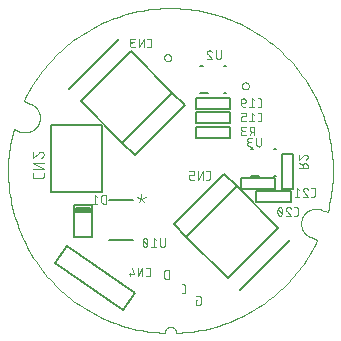
<source format=gbo>
G75*
%MOIN*%
%OFA0B0*%
%FSLAX25Y25*%
%IPPOS*%
%LPD*%
%AMOC8*
5,1,8,0,0,1.08239X$1,22.5*
%
%ADD10C,0.00004*%
%ADD11C,0.00000*%
%ADD12C,0.00300*%
%ADD13C,0.00600*%
%ADD14C,0.00500*%
%ADD15C,0.00700*%
D10*
X0053807Y0001002D02*
X0053811Y0001089D01*
X0053818Y0001176D01*
X0053829Y0001263D01*
X0053845Y0001349D01*
X0053863Y0001434D01*
X0053886Y0001518D01*
X0053912Y0001602D01*
X0053942Y0001684D01*
X0053976Y0001764D01*
X0054013Y0001843D01*
X0054054Y0001921D01*
X0054098Y0001996D01*
X0054145Y0002069D01*
X0054196Y0002141D01*
X0054249Y0002210D01*
X0054306Y0002276D01*
X0054366Y0002340D01*
X0054428Y0002401D01*
X0054493Y0002459D01*
X0054560Y0002515D01*
X0054630Y0002567D01*
X0054702Y0002617D01*
X0054777Y0002663D01*
X0054853Y0002705D01*
X0054931Y0002744D01*
X0055011Y0002780D01*
X0055092Y0002812D01*
X0055174Y0002841D01*
X0055258Y0002866D01*
X0055343Y0002887D01*
X0055428Y0002904D01*
X0055515Y0002918D01*
X0055602Y0002927D01*
X0055689Y0002933D01*
X0055776Y0002935D01*
X0055863Y0002933D01*
X0055950Y0002927D01*
X0056037Y0002918D01*
X0056124Y0002904D01*
X0056209Y0002887D01*
X0056294Y0002866D01*
X0056378Y0002841D01*
X0056460Y0002812D01*
X0056541Y0002780D01*
X0056621Y0002744D01*
X0056699Y0002705D01*
X0056775Y0002663D01*
X0056850Y0002617D01*
X0056922Y0002567D01*
X0056992Y0002515D01*
X0057059Y0002459D01*
X0057124Y0002401D01*
X0057186Y0002340D01*
X0057246Y0002276D01*
X0057303Y0002210D01*
X0057356Y0002141D01*
X0057407Y0002069D01*
X0057454Y0001996D01*
X0057498Y0001921D01*
X0057539Y0001843D01*
X0057576Y0001764D01*
X0057610Y0001684D01*
X0057640Y0001602D01*
X0057666Y0001518D01*
X0057689Y0001434D01*
X0057707Y0001349D01*
X0057723Y0001263D01*
X0057734Y0001176D01*
X0057741Y0001089D01*
X0057745Y0001002D01*
X0102557Y0032836D02*
X0104751Y0032037D01*
X0102557Y0032836D02*
X0102427Y0032885D01*
X0102298Y0032938D01*
X0102171Y0032995D01*
X0102045Y0033056D01*
X0101922Y0033119D01*
X0101800Y0033187D01*
X0101680Y0033258D01*
X0101562Y0033332D01*
X0101446Y0033409D01*
X0101333Y0033490D01*
X0101221Y0033574D01*
X0101113Y0033661D01*
X0101006Y0033751D01*
X0100903Y0033844D01*
X0100802Y0033940D01*
X0100703Y0034038D01*
X0100608Y0034140D01*
X0100515Y0034244D01*
X0100426Y0034351D01*
X0100339Y0034460D01*
X0100256Y0034571D01*
X0100176Y0034685D01*
X0100099Y0034801D01*
X0100025Y0034920D01*
X0099955Y0035040D01*
X0099888Y0035162D01*
X0099825Y0035286D01*
X0099765Y0035412D01*
X0099709Y0035539D01*
X0099657Y0035668D01*
X0099608Y0035799D01*
X0099563Y0035930D01*
X0099521Y0036063D01*
X0099484Y0036198D01*
X0099450Y0036333D01*
X0099420Y0036469D01*
X0099394Y0036605D01*
X0099372Y0036743D01*
X0099353Y0036881D01*
X0099339Y0037020D01*
X0099328Y0037158D01*
X0099322Y0037298D01*
X0099319Y0037437D01*
X0099320Y0037576D01*
X0099326Y0037715D01*
X0099335Y0037854D01*
X0099348Y0037993D01*
X0099365Y0038131D01*
X0099386Y0038269D01*
X0099411Y0038406D01*
X0099439Y0038542D01*
X0099472Y0038678D01*
X0099508Y0038812D01*
X0099549Y0038945D01*
X0099592Y0039077D01*
X0099640Y0039208D01*
X0099691Y0039338D01*
X0099746Y0039466D01*
X0099805Y0039592D01*
X0099867Y0039717D01*
X0099933Y0039840D01*
X0100002Y0039961D01*
X0100074Y0040080D01*
X0100150Y0040196D01*
X0100229Y0040311D01*
X0100311Y0040423D01*
X0100397Y0040533D01*
X0100485Y0040641D01*
X0100577Y0040746D01*
X0100671Y0040848D01*
X0100769Y0040948D01*
X0100869Y0041045D01*
X0100971Y0041139D01*
X0101077Y0041230D01*
X0101185Y0041318D01*
X0101295Y0041403D01*
X0101408Y0041484D01*
X0101523Y0041563D01*
X0101640Y0041638D01*
X0101759Y0041710D01*
X0101881Y0041779D01*
X0102004Y0041844D01*
X0102129Y0041905D01*
X0102255Y0041963D01*
X0102384Y0042017D01*
X0102513Y0042068D01*
X0102644Y0042115D01*
X0102777Y0042158D01*
X0102910Y0042198D01*
X0103045Y0042234D01*
X0103181Y0042266D01*
X0103317Y0042294D01*
X0103454Y0042318D01*
X0103592Y0042338D01*
X0103730Y0042355D01*
X0103869Y0042367D01*
X0104008Y0042376D01*
X0104147Y0042380D01*
X0104286Y0042381D01*
X0104426Y0042377D01*
X0104565Y0042370D01*
X0104704Y0042359D01*
X0104842Y0042344D01*
X0104980Y0042325D01*
X0105117Y0042302D01*
X0105254Y0042275D01*
X0105390Y0042245D01*
X0105525Y0042210D01*
X0105659Y0042172D01*
X0105792Y0042130D01*
X0105923Y0042084D01*
X0105923Y0042085D02*
X0108117Y0041286D01*
X0053808Y0001002D02*
X0052498Y0001065D01*
X0051190Y0001161D01*
X0049885Y0001287D01*
X0048583Y0001446D01*
X0047286Y0001636D01*
X0045994Y0001857D01*
X0044707Y0002110D01*
X0043427Y0002393D01*
X0042154Y0002708D01*
X0040889Y0003053D01*
X0039633Y0003429D01*
X0038386Y0003835D01*
X0037149Y0004271D01*
X0035924Y0004737D01*
X0034710Y0005233D01*
X0033508Y0005758D01*
X0032320Y0006312D01*
X0031145Y0006894D01*
X0029985Y0007505D01*
X0028840Y0008143D01*
X0027710Y0008810D01*
X0026597Y0009503D01*
X0025501Y0010223D01*
X0024423Y0010969D01*
X0023364Y0011742D01*
X0022323Y0012540D01*
X0021302Y0013362D01*
X0020301Y0014209D01*
X0019321Y0015081D01*
X0018363Y0015975D01*
X0017426Y0016893D01*
X0016512Y0017833D01*
X0015621Y0018795D01*
X0014753Y0019778D01*
X0013910Y0020782D01*
X0013091Y0021806D01*
X0012297Y0022850D01*
X0011529Y0023912D01*
X0010786Y0024993D01*
X0010070Y0026091D01*
X0009381Y0027207D01*
X0008719Y0028339D01*
X0008085Y0029486D01*
X0007479Y0030649D01*
X0006901Y0031826D01*
X0006351Y0033016D01*
X0005831Y0034220D01*
X0005340Y0035436D01*
X0004878Y0036663D01*
X0004447Y0037901D01*
X0004045Y0039150D01*
X0003674Y0040407D01*
X0003334Y0041673D01*
X0003024Y0042947D01*
X0002745Y0044229D01*
X0002497Y0045516D01*
X0002281Y0046809D01*
X0002096Y0048108D01*
X0001942Y0049410D01*
X0001820Y0050715D01*
X0001729Y0052023D01*
X0001671Y0053333D01*
X0001644Y0054644D01*
X0001649Y0055955D01*
X0001685Y0057266D01*
X0001754Y0058576D01*
X0001854Y0059883D01*
X0001985Y0061188D01*
X0002149Y0062489D01*
X0002343Y0063785D01*
X0002569Y0065077D01*
X0002827Y0066363D01*
X0003115Y0067642D01*
X0003434Y0068914D01*
X0005628Y0068115D01*
X0005628Y0068116D02*
X0005759Y0068070D01*
X0005892Y0068028D01*
X0006026Y0067990D01*
X0006161Y0067955D01*
X0006297Y0067925D01*
X0006434Y0067898D01*
X0006571Y0067875D01*
X0006709Y0067856D01*
X0006847Y0067841D01*
X0006986Y0067830D01*
X0007125Y0067823D01*
X0007265Y0067819D01*
X0007404Y0067820D01*
X0007543Y0067824D01*
X0007682Y0067833D01*
X0007821Y0067845D01*
X0007959Y0067862D01*
X0008097Y0067882D01*
X0008234Y0067906D01*
X0008370Y0067934D01*
X0008506Y0067966D01*
X0008641Y0068002D01*
X0008774Y0068042D01*
X0008907Y0068085D01*
X0009038Y0068132D01*
X0009167Y0068183D01*
X0009296Y0068237D01*
X0009422Y0068295D01*
X0009547Y0068356D01*
X0009670Y0068421D01*
X0009792Y0068490D01*
X0009911Y0068562D01*
X0010028Y0068637D01*
X0010143Y0068716D01*
X0010256Y0068797D01*
X0010366Y0068882D01*
X0010474Y0068970D01*
X0010580Y0069061D01*
X0010682Y0069155D01*
X0010782Y0069252D01*
X0010880Y0069352D01*
X0010974Y0069454D01*
X0011066Y0069559D01*
X0011154Y0069667D01*
X0011240Y0069777D01*
X0011322Y0069889D01*
X0011401Y0070004D01*
X0011477Y0070120D01*
X0011549Y0070239D01*
X0011618Y0070360D01*
X0011684Y0070483D01*
X0011746Y0070608D01*
X0011805Y0070734D01*
X0011860Y0070862D01*
X0011911Y0070992D01*
X0011959Y0071123D01*
X0012002Y0071255D01*
X0012043Y0071388D01*
X0012079Y0071522D01*
X0012112Y0071658D01*
X0012140Y0071794D01*
X0012165Y0071931D01*
X0012186Y0072069D01*
X0012203Y0072207D01*
X0012216Y0072346D01*
X0012225Y0072485D01*
X0012231Y0072624D01*
X0012232Y0072763D01*
X0012229Y0072902D01*
X0012223Y0073042D01*
X0012212Y0073180D01*
X0012198Y0073319D01*
X0012179Y0073457D01*
X0012157Y0073595D01*
X0012131Y0073731D01*
X0012101Y0073867D01*
X0012067Y0074002D01*
X0012030Y0074137D01*
X0011988Y0074270D01*
X0011943Y0074401D01*
X0011894Y0074532D01*
X0011842Y0074661D01*
X0011786Y0074788D01*
X0011726Y0074914D01*
X0011663Y0075038D01*
X0011596Y0075160D01*
X0011526Y0075280D01*
X0011452Y0075399D01*
X0011375Y0075515D01*
X0011295Y0075629D01*
X0011212Y0075740D01*
X0011125Y0075849D01*
X0011036Y0075956D01*
X0010943Y0076060D01*
X0010848Y0076162D01*
X0010749Y0076260D01*
X0010648Y0076356D01*
X0010545Y0076449D01*
X0010438Y0076539D01*
X0010330Y0076626D01*
X0010218Y0076710D01*
X0010105Y0076791D01*
X0009989Y0076868D01*
X0009871Y0076942D01*
X0009751Y0077013D01*
X0009629Y0077081D01*
X0009506Y0077144D01*
X0009380Y0077205D01*
X0009253Y0077262D01*
X0009124Y0077315D01*
X0008994Y0077364D01*
X0006800Y0078163D01*
X0007379Y0079354D01*
X0007986Y0080530D01*
X0008623Y0081691D01*
X0009287Y0082837D01*
X0009979Y0083965D01*
X0010699Y0085077D01*
X0011445Y0086170D01*
X0012219Y0087245D01*
X0013018Y0088301D01*
X0013843Y0089337D01*
X0014692Y0090352D01*
X0015567Y0091346D01*
X0016465Y0092319D01*
X0017387Y0093269D01*
X0018332Y0094196D01*
X0019299Y0095100D01*
X0020289Y0095981D01*
X0021299Y0096836D01*
X0022330Y0097667D01*
X0023381Y0098472D01*
X0024451Y0099251D01*
X0025541Y0100004D01*
X0026648Y0100730D01*
X0027773Y0101429D01*
X0028914Y0102100D01*
X0030071Y0102743D01*
X0031244Y0103357D01*
X0032432Y0103943D01*
X0033633Y0104499D01*
X0034848Y0105026D01*
X0036075Y0105523D01*
X0037314Y0105990D01*
X0038564Y0106426D01*
X0039825Y0106832D01*
X0041095Y0107206D01*
X0042373Y0107550D01*
X0043660Y0107862D01*
X0044954Y0108142D01*
X0046255Y0108391D01*
X0047561Y0108608D01*
X0048872Y0108793D01*
X0050187Y0108946D01*
X0051506Y0109066D01*
X0052827Y0109155D01*
X0054149Y0109211D01*
X0055473Y0109234D01*
X0056797Y0109225D01*
X0058121Y0109184D01*
X0059443Y0109111D01*
X0060763Y0109005D01*
X0062079Y0108867D01*
X0063392Y0108697D01*
X0064701Y0108494D01*
X0066004Y0108260D01*
X0067301Y0107994D01*
X0068591Y0107696D01*
X0069874Y0107367D01*
X0071148Y0107007D01*
X0072413Y0106615D01*
X0073667Y0106193D01*
X0074912Y0105740D01*
X0076144Y0105257D01*
X0077365Y0104744D01*
X0078573Y0104201D01*
X0079767Y0103629D01*
X0080946Y0103028D01*
X0082111Y0102398D01*
X0083260Y0101739D01*
X0084392Y0101053D01*
X0085507Y0100340D01*
X0086605Y0099599D01*
X0087684Y0098832D01*
X0088744Y0098038D01*
X0089784Y0097219D01*
X0090804Y0096375D01*
X0091803Y0095506D01*
X0092780Y0094613D01*
X0093736Y0093696D01*
X0094668Y0092756D01*
X0095577Y0091793D01*
X0096463Y0090809D01*
X0097324Y0089803D01*
X0098160Y0088777D01*
X0098971Y0087730D01*
X0099756Y0086664D01*
X0100515Y0085579D01*
X0101247Y0084476D01*
X0101952Y0083355D01*
X0102629Y0082217D01*
X0103278Y0081063D01*
X0103899Y0079894D01*
X0104491Y0078709D01*
X0105054Y0077511D01*
X0105587Y0076299D01*
X0106091Y0075074D01*
X0106564Y0073838D01*
X0107007Y0072590D01*
X0107419Y0071332D01*
X0107801Y0070064D01*
X0108151Y0068787D01*
X0108470Y0067502D01*
X0108758Y0066210D01*
X0109014Y0064911D01*
X0109238Y0063606D01*
X0109430Y0062296D01*
X0109590Y0060981D01*
X0109717Y0059663D01*
X0109813Y0058343D01*
X0109876Y0057020D01*
X0109907Y0055697D01*
X0109905Y0054373D01*
X0109871Y0053049D01*
X0109805Y0051727D01*
X0109706Y0050406D01*
X0109575Y0049089D01*
X0109412Y0047775D01*
X0109217Y0046465D01*
X0108990Y0045161D01*
X0108731Y0043862D01*
X0108440Y0042571D01*
X0108118Y0041286D01*
D11*
X0079527Y0083310D02*
X0079529Y0083379D01*
X0079535Y0083447D01*
X0079545Y0083515D01*
X0079559Y0083582D01*
X0079577Y0083649D01*
X0079598Y0083714D01*
X0079624Y0083778D01*
X0079653Y0083840D01*
X0079685Y0083900D01*
X0079721Y0083959D01*
X0079761Y0084015D01*
X0079803Y0084069D01*
X0079849Y0084120D01*
X0079898Y0084169D01*
X0079949Y0084215D01*
X0080003Y0084257D01*
X0080059Y0084297D01*
X0080117Y0084333D01*
X0080178Y0084365D01*
X0080240Y0084394D01*
X0080304Y0084420D01*
X0080369Y0084441D01*
X0080436Y0084459D01*
X0080503Y0084473D01*
X0080571Y0084483D01*
X0080639Y0084489D01*
X0080708Y0084491D01*
X0080777Y0084489D01*
X0080845Y0084483D01*
X0080913Y0084473D01*
X0080980Y0084459D01*
X0081047Y0084441D01*
X0081112Y0084420D01*
X0081176Y0084394D01*
X0081238Y0084365D01*
X0081298Y0084333D01*
X0081357Y0084297D01*
X0081413Y0084257D01*
X0081467Y0084215D01*
X0081518Y0084169D01*
X0081567Y0084120D01*
X0081613Y0084069D01*
X0081655Y0084015D01*
X0081695Y0083959D01*
X0081731Y0083900D01*
X0081763Y0083840D01*
X0081792Y0083778D01*
X0081818Y0083714D01*
X0081839Y0083649D01*
X0081857Y0083582D01*
X0081871Y0083515D01*
X0081881Y0083447D01*
X0081887Y0083379D01*
X0081889Y0083310D01*
X0081887Y0083241D01*
X0081881Y0083173D01*
X0081871Y0083105D01*
X0081857Y0083038D01*
X0081839Y0082971D01*
X0081818Y0082906D01*
X0081792Y0082842D01*
X0081763Y0082780D01*
X0081731Y0082719D01*
X0081695Y0082661D01*
X0081655Y0082605D01*
X0081613Y0082551D01*
X0081567Y0082500D01*
X0081518Y0082451D01*
X0081467Y0082405D01*
X0081413Y0082363D01*
X0081357Y0082323D01*
X0081299Y0082287D01*
X0081238Y0082255D01*
X0081176Y0082226D01*
X0081112Y0082200D01*
X0081047Y0082179D01*
X0080980Y0082161D01*
X0080913Y0082147D01*
X0080845Y0082137D01*
X0080777Y0082131D01*
X0080708Y0082129D01*
X0080639Y0082131D01*
X0080571Y0082137D01*
X0080503Y0082147D01*
X0080436Y0082161D01*
X0080369Y0082179D01*
X0080304Y0082200D01*
X0080240Y0082226D01*
X0080178Y0082255D01*
X0080117Y0082287D01*
X0080059Y0082323D01*
X0080003Y0082363D01*
X0079949Y0082405D01*
X0079898Y0082451D01*
X0079849Y0082500D01*
X0079803Y0082551D01*
X0079761Y0082605D01*
X0079721Y0082661D01*
X0079685Y0082719D01*
X0079653Y0082780D01*
X0079624Y0082842D01*
X0079598Y0082906D01*
X0079577Y0082971D01*
X0079559Y0083038D01*
X0079545Y0083105D01*
X0079535Y0083173D01*
X0079529Y0083241D01*
X0079527Y0083310D01*
X0053630Y0092736D02*
X0053632Y0092805D01*
X0053638Y0092873D01*
X0053648Y0092941D01*
X0053662Y0093008D01*
X0053680Y0093075D01*
X0053701Y0093140D01*
X0053727Y0093204D01*
X0053756Y0093266D01*
X0053788Y0093326D01*
X0053824Y0093385D01*
X0053864Y0093441D01*
X0053906Y0093495D01*
X0053952Y0093546D01*
X0054001Y0093595D01*
X0054052Y0093641D01*
X0054106Y0093683D01*
X0054162Y0093723D01*
X0054220Y0093759D01*
X0054281Y0093791D01*
X0054343Y0093820D01*
X0054407Y0093846D01*
X0054472Y0093867D01*
X0054539Y0093885D01*
X0054606Y0093899D01*
X0054674Y0093909D01*
X0054742Y0093915D01*
X0054811Y0093917D01*
X0054880Y0093915D01*
X0054948Y0093909D01*
X0055016Y0093899D01*
X0055083Y0093885D01*
X0055150Y0093867D01*
X0055215Y0093846D01*
X0055279Y0093820D01*
X0055341Y0093791D01*
X0055401Y0093759D01*
X0055460Y0093723D01*
X0055516Y0093683D01*
X0055570Y0093641D01*
X0055621Y0093595D01*
X0055670Y0093546D01*
X0055716Y0093495D01*
X0055758Y0093441D01*
X0055798Y0093385D01*
X0055834Y0093326D01*
X0055866Y0093266D01*
X0055895Y0093204D01*
X0055921Y0093140D01*
X0055942Y0093075D01*
X0055960Y0093008D01*
X0055974Y0092941D01*
X0055984Y0092873D01*
X0055990Y0092805D01*
X0055992Y0092736D01*
X0055990Y0092667D01*
X0055984Y0092599D01*
X0055974Y0092531D01*
X0055960Y0092464D01*
X0055942Y0092397D01*
X0055921Y0092332D01*
X0055895Y0092268D01*
X0055866Y0092206D01*
X0055834Y0092145D01*
X0055798Y0092087D01*
X0055758Y0092031D01*
X0055716Y0091977D01*
X0055670Y0091926D01*
X0055621Y0091877D01*
X0055570Y0091831D01*
X0055516Y0091789D01*
X0055460Y0091749D01*
X0055402Y0091713D01*
X0055341Y0091681D01*
X0055279Y0091652D01*
X0055215Y0091626D01*
X0055150Y0091605D01*
X0055083Y0091587D01*
X0055016Y0091573D01*
X0054948Y0091563D01*
X0054880Y0091557D01*
X0054811Y0091555D01*
X0054742Y0091557D01*
X0054674Y0091563D01*
X0054606Y0091573D01*
X0054539Y0091587D01*
X0054472Y0091605D01*
X0054407Y0091626D01*
X0054343Y0091652D01*
X0054281Y0091681D01*
X0054220Y0091713D01*
X0054162Y0091749D01*
X0054106Y0091789D01*
X0054052Y0091831D01*
X0054001Y0091877D01*
X0053952Y0091926D01*
X0053906Y0091977D01*
X0053864Y0092031D01*
X0053824Y0092087D01*
X0053788Y0092145D01*
X0053756Y0092206D01*
X0053727Y0092268D01*
X0053701Y0092332D01*
X0053680Y0092397D01*
X0053662Y0092464D01*
X0053648Y0092531D01*
X0053638Y0092599D01*
X0053632Y0092667D01*
X0053630Y0092736D01*
X0104750Y0032037D02*
X0104175Y0030853D01*
X0103571Y0029683D01*
X0102939Y0028529D01*
X0102279Y0027390D01*
X0101591Y0026267D01*
X0100877Y0025161D01*
X0100136Y0024074D01*
X0099368Y0023004D01*
X0098575Y0021954D01*
X0097756Y0020923D01*
X0096913Y0019912D01*
X0096045Y0018922D01*
X0095153Y0017954D01*
X0094238Y0017007D01*
X0093301Y0016083D01*
X0092341Y0015182D01*
X0091359Y0014305D01*
X0090357Y0013452D01*
X0089334Y0012623D01*
X0088291Y0011820D01*
X0087229Y0011042D01*
X0086148Y0010290D01*
X0085050Y0009565D01*
X0083934Y0008866D01*
X0082801Y0008195D01*
X0081653Y0007552D01*
X0080489Y0006937D01*
X0079311Y0006350D01*
X0078118Y0005792D01*
X0076913Y0005263D01*
X0075695Y0004764D01*
X0074465Y0004295D01*
X0073224Y0003855D01*
X0071973Y0003446D01*
X0070712Y0003068D01*
X0069442Y0002720D01*
X0068165Y0002403D01*
X0066880Y0002117D01*
X0065588Y0001863D01*
X0064291Y0001640D01*
X0062988Y0001449D01*
X0061681Y0001289D01*
X0060371Y0001161D01*
X0059058Y0001066D01*
X0057743Y0001002D01*
D12*
X0064251Y0010368D02*
X0065217Y0010368D01*
X0065217Y0010369D02*
X0065265Y0010371D01*
X0065313Y0010376D01*
X0065360Y0010385D01*
X0065407Y0010398D01*
X0065452Y0010414D01*
X0065496Y0010433D01*
X0065539Y0010455D01*
X0065580Y0010481D01*
X0065619Y0010510D01*
X0065655Y0010541D01*
X0065689Y0010575D01*
X0065720Y0010611D01*
X0065749Y0010650D01*
X0065775Y0010691D01*
X0065797Y0010734D01*
X0065816Y0010778D01*
X0065832Y0010823D01*
X0065845Y0010870D01*
X0065854Y0010917D01*
X0065859Y0010965D01*
X0065861Y0011013D01*
X0065862Y0011013D02*
X0065862Y0012624D01*
X0065861Y0012624D02*
X0065859Y0012672D01*
X0065854Y0012720D01*
X0065845Y0012767D01*
X0065832Y0012814D01*
X0065816Y0012859D01*
X0065797Y0012903D01*
X0065775Y0012946D01*
X0065749Y0012987D01*
X0065720Y0013026D01*
X0065689Y0013062D01*
X0065655Y0013096D01*
X0065619Y0013127D01*
X0065580Y0013156D01*
X0065539Y0013182D01*
X0065496Y0013204D01*
X0065452Y0013223D01*
X0065407Y0013239D01*
X0065360Y0013252D01*
X0065313Y0013261D01*
X0065265Y0013266D01*
X0065217Y0013268D01*
X0064251Y0013268D01*
X0064251Y0011979D02*
X0064251Y0010368D01*
X0064251Y0011979D02*
X0064734Y0011979D01*
X0060744Y0014950D02*
X0060744Y0016561D01*
X0060743Y0016561D02*
X0060741Y0016609D01*
X0060736Y0016657D01*
X0060727Y0016704D01*
X0060714Y0016751D01*
X0060698Y0016796D01*
X0060679Y0016840D01*
X0060657Y0016883D01*
X0060631Y0016924D01*
X0060602Y0016963D01*
X0060571Y0016999D01*
X0060537Y0017033D01*
X0060501Y0017064D01*
X0060462Y0017093D01*
X0060421Y0017119D01*
X0060378Y0017141D01*
X0060334Y0017160D01*
X0060289Y0017176D01*
X0060242Y0017189D01*
X0060195Y0017198D01*
X0060147Y0017203D01*
X0060099Y0017205D01*
X0059455Y0017205D01*
X0060743Y0014950D02*
X0060741Y0014902D01*
X0060736Y0014854D01*
X0060727Y0014807D01*
X0060714Y0014760D01*
X0060698Y0014715D01*
X0060679Y0014671D01*
X0060657Y0014628D01*
X0060631Y0014587D01*
X0060602Y0014548D01*
X0060571Y0014512D01*
X0060537Y0014478D01*
X0060501Y0014447D01*
X0060462Y0014418D01*
X0060421Y0014392D01*
X0060378Y0014370D01*
X0060334Y0014351D01*
X0060289Y0014335D01*
X0060242Y0014322D01*
X0060195Y0014313D01*
X0060147Y0014308D01*
X0060099Y0014306D01*
X0060099Y0014305D02*
X0059455Y0014305D01*
X0055232Y0019030D02*
X0054426Y0019030D01*
X0054426Y0019029D02*
X0054371Y0019031D01*
X0054316Y0019037D01*
X0054262Y0019046D01*
X0054209Y0019059D01*
X0054156Y0019076D01*
X0054105Y0019096D01*
X0054055Y0019119D01*
X0054007Y0019146D01*
X0053961Y0019177D01*
X0053917Y0019210D01*
X0053876Y0019246D01*
X0053837Y0019285D01*
X0053801Y0019326D01*
X0053768Y0019370D01*
X0053737Y0019416D01*
X0053710Y0019464D01*
X0053687Y0019514D01*
X0053667Y0019565D01*
X0053650Y0019618D01*
X0053637Y0019671D01*
X0053628Y0019725D01*
X0053622Y0019780D01*
X0053620Y0019835D01*
X0053621Y0019835D02*
X0053621Y0021124D01*
X0053620Y0021124D02*
X0053622Y0021179D01*
X0053628Y0021234D01*
X0053637Y0021288D01*
X0053650Y0021341D01*
X0053667Y0021394D01*
X0053687Y0021445D01*
X0053710Y0021495D01*
X0053737Y0021543D01*
X0053768Y0021589D01*
X0053801Y0021633D01*
X0053837Y0021674D01*
X0053876Y0021713D01*
X0053917Y0021749D01*
X0053961Y0021782D01*
X0054007Y0021813D01*
X0054055Y0021840D01*
X0054105Y0021863D01*
X0054156Y0021883D01*
X0054209Y0021900D01*
X0054262Y0021913D01*
X0054316Y0021922D01*
X0054371Y0021928D01*
X0054426Y0021930D01*
X0055232Y0021930D01*
X0055232Y0019030D01*
X0048933Y0020461D02*
X0048933Y0022073D01*
X0048932Y0022073D02*
X0048930Y0022121D01*
X0048925Y0022169D01*
X0048916Y0022216D01*
X0048903Y0022263D01*
X0048887Y0022308D01*
X0048868Y0022352D01*
X0048846Y0022395D01*
X0048820Y0022436D01*
X0048791Y0022475D01*
X0048760Y0022511D01*
X0048726Y0022545D01*
X0048690Y0022576D01*
X0048651Y0022605D01*
X0048610Y0022631D01*
X0048567Y0022653D01*
X0048523Y0022672D01*
X0048478Y0022688D01*
X0048431Y0022701D01*
X0048384Y0022710D01*
X0048336Y0022715D01*
X0048288Y0022717D01*
X0047644Y0022717D01*
X0046428Y0022717D02*
X0044816Y0019817D01*
X0044816Y0022717D01*
X0046428Y0022717D02*
X0046428Y0019817D01*
X0047644Y0019817D02*
X0048288Y0019817D01*
X0048336Y0019819D01*
X0048384Y0019824D01*
X0048431Y0019833D01*
X0048478Y0019846D01*
X0048523Y0019862D01*
X0048567Y0019881D01*
X0048610Y0019903D01*
X0048651Y0019929D01*
X0048690Y0019958D01*
X0048726Y0019989D01*
X0048760Y0020023D01*
X0048791Y0020059D01*
X0048820Y0020098D01*
X0048846Y0020139D01*
X0048868Y0020182D01*
X0048887Y0020226D01*
X0048903Y0020271D01*
X0048916Y0020318D01*
X0048925Y0020365D01*
X0048930Y0020413D01*
X0048932Y0020461D01*
X0043452Y0020461D02*
X0041841Y0020461D01*
X0042324Y0021106D02*
X0042324Y0019817D01*
X0043452Y0020461D02*
X0042807Y0022717D01*
X0047282Y0029609D02*
X0047328Y0029611D01*
X0047374Y0029616D01*
X0047419Y0029625D01*
X0047464Y0029637D01*
X0047507Y0029653D01*
X0047549Y0029672D01*
X0047590Y0029695D01*
X0047628Y0029720D01*
X0047665Y0029748D01*
X0047699Y0029779D01*
X0047731Y0029813D01*
X0047760Y0029849D01*
X0047786Y0029887D01*
X0047809Y0029927D01*
X0047829Y0029969D01*
X0047846Y0030012D01*
X0047927Y0030254D02*
X0046638Y0031865D01*
X0046718Y0032106D02*
X0046735Y0032149D01*
X0046755Y0032191D01*
X0046778Y0032231D01*
X0046804Y0032269D01*
X0046833Y0032305D01*
X0046865Y0032339D01*
X0046899Y0032370D01*
X0046936Y0032398D01*
X0046974Y0032423D01*
X0047015Y0032446D01*
X0047057Y0032465D01*
X0047100Y0032481D01*
X0047145Y0032493D01*
X0047190Y0032502D01*
X0047236Y0032507D01*
X0047282Y0032509D01*
X0047328Y0032507D01*
X0047374Y0032502D01*
X0047419Y0032493D01*
X0047464Y0032481D01*
X0047507Y0032465D01*
X0047549Y0032446D01*
X0047590Y0032423D01*
X0047628Y0032398D01*
X0047665Y0032370D01*
X0047699Y0032339D01*
X0047731Y0032305D01*
X0047760Y0032269D01*
X0047786Y0032231D01*
X0047809Y0032191D01*
X0047829Y0032149D01*
X0047846Y0032106D01*
X0046719Y0032106D02*
X0046681Y0032024D01*
X0046646Y0031941D01*
X0046614Y0031856D01*
X0046585Y0031771D01*
X0046560Y0031684D01*
X0046538Y0031596D01*
X0046520Y0031508D01*
X0046504Y0031419D01*
X0046492Y0031329D01*
X0046484Y0031240D01*
X0046479Y0031149D01*
X0046477Y0031059D01*
X0048088Y0031059D02*
X0048086Y0031149D01*
X0048081Y0031240D01*
X0048073Y0031329D01*
X0048061Y0031419D01*
X0048045Y0031508D01*
X0048027Y0031596D01*
X0048005Y0031684D01*
X0047980Y0031771D01*
X0047951Y0031856D01*
X0047919Y0031941D01*
X0047884Y0032024D01*
X0047846Y0032106D01*
X0046477Y0031059D02*
X0046479Y0030969D01*
X0046484Y0030878D01*
X0046492Y0030789D01*
X0046504Y0030699D01*
X0046520Y0030610D01*
X0046538Y0030522D01*
X0046560Y0030434D01*
X0046585Y0030347D01*
X0046614Y0030262D01*
X0046646Y0030177D01*
X0046681Y0030094D01*
X0046719Y0030012D01*
X0046718Y0030012D02*
X0046735Y0029969D01*
X0046755Y0029927D01*
X0046778Y0029887D01*
X0046804Y0029849D01*
X0046833Y0029813D01*
X0046865Y0029779D01*
X0046899Y0029748D01*
X0046936Y0029720D01*
X0046974Y0029695D01*
X0047015Y0029672D01*
X0047057Y0029653D01*
X0047100Y0029637D01*
X0047145Y0029625D01*
X0047190Y0029616D01*
X0047236Y0029611D01*
X0047282Y0029609D01*
X0047846Y0030012D02*
X0047884Y0030094D01*
X0047919Y0030177D01*
X0047951Y0030262D01*
X0047980Y0030347D01*
X0048005Y0030434D01*
X0048027Y0030522D01*
X0048045Y0030610D01*
X0048061Y0030699D01*
X0048073Y0030789D01*
X0048081Y0030878D01*
X0048086Y0030969D01*
X0048088Y0031059D01*
X0049357Y0029609D02*
X0050968Y0029609D01*
X0050162Y0029609D02*
X0050162Y0032509D01*
X0050968Y0031865D01*
X0052333Y0032509D02*
X0052333Y0030415D01*
X0052332Y0030415D02*
X0052334Y0030360D01*
X0052340Y0030305D01*
X0052349Y0030251D01*
X0052362Y0030198D01*
X0052379Y0030145D01*
X0052399Y0030094D01*
X0052422Y0030044D01*
X0052449Y0029996D01*
X0052480Y0029950D01*
X0052513Y0029906D01*
X0052549Y0029865D01*
X0052588Y0029826D01*
X0052629Y0029790D01*
X0052673Y0029757D01*
X0052719Y0029726D01*
X0052767Y0029699D01*
X0052817Y0029676D01*
X0052868Y0029656D01*
X0052921Y0029639D01*
X0052974Y0029626D01*
X0053028Y0029617D01*
X0053083Y0029611D01*
X0053138Y0029609D01*
X0053193Y0029611D01*
X0053248Y0029617D01*
X0053302Y0029626D01*
X0053355Y0029639D01*
X0053408Y0029656D01*
X0053459Y0029676D01*
X0053509Y0029699D01*
X0053557Y0029726D01*
X0053603Y0029757D01*
X0053647Y0029790D01*
X0053688Y0029826D01*
X0053727Y0029865D01*
X0053763Y0029906D01*
X0053796Y0029950D01*
X0053827Y0029996D01*
X0053854Y0030044D01*
X0053877Y0030094D01*
X0053897Y0030145D01*
X0053914Y0030198D01*
X0053927Y0030251D01*
X0053936Y0030305D01*
X0053942Y0030360D01*
X0053944Y0030415D01*
X0053944Y0032509D01*
X0046968Y0044567D02*
X0046054Y0045742D01*
X0047490Y0046265D01*
X0046054Y0045742D02*
X0044618Y0046265D01*
X0046054Y0045742D02*
X0045140Y0044567D01*
X0046054Y0045742D02*
X0046054Y0047309D01*
X0034248Y0047008D02*
X0034248Y0044108D01*
X0033442Y0044108D01*
X0033387Y0044110D01*
X0033332Y0044116D01*
X0033278Y0044125D01*
X0033225Y0044138D01*
X0033172Y0044155D01*
X0033121Y0044175D01*
X0033071Y0044198D01*
X0033023Y0044225D01*
X0032977Y0044256D01*
X0032933Y0044289D01*
X0032892Y0044325D01*
X0032853Y0044364D01*
X0032817Y0044405D01*
X0032784Y0044449D01*
X0032753Y0044495D01*
X0032726Y0044543D01*
X0032703Y0044593D01*
X0032683Y0044644D01*
X0032666Y0044697D01*
X0032653Y0044750D01*
X0032644Y0044804D01*
X0032638Y0044859D01*
X0032636Y0044914D01*
X0032637Y0044914D02*
X0032637Y0046203D01*
X0032636Y0046203D02*
X0032638Y0046258D01*
X0032644Y0046313D01*
X0032653Y0046367D01*
X0032666Y0046420D01*
X0032683Y0046473D01*
X0032703Y0046524D01*
X0032726Y0046574D01*
X0032753Y0046622D01*
X0032784Y0046668D01*
X0032817Y0046712D01*
X0032853Y0046753D01*
X0032892Y0046792D01*
X0032933Y0046828D01*
X0032977Y0046861D01*
X0033023Y0046892D01*
X0033071Y0046919D01*
X0033121Y0046942D01*
X0033172Y0046962D01*
X0033225Y0046979D01*
X0033278Y0046992D01*
X0033332Y0047001D01*
X0033387Y0047007D01*
X0033442Y0047009D01*
X0033442Y0047008D02*
X0034248Y0047008D01*
X0031272Y0046364D02*
X0030466Y0047008D01*
X0030466Y0044108D01*
X0029661Y0044108D02*
X0031272Y0044108D01*
X0013484Y0053316D02*
X0013484Y0054139D01*
X0013484Y0053316D02*
X0013482Y0053260D01*
X0013476Y0053204D01*
X0013467Y0053149D01*
X0013454Y0053094D01*
X0013437Y0053041D01*
X0013416Y0052989D01*
X0013392Y0052938D01*
X0013364Y0052889D01*
X0013334Y0052842D01*
X0013300Y0052797D01*
X0013263Y0052755D01*
X0013223Y0052715D01*
X0013181Y0052678D01*
X0013136Y0052644D01*
X0013089Y0052614D01*
X0013040Y0052586D01*
X0012989Y0052562D01*
X0012937Y0052541D01*
X0012884Y0052524D01*
X0012829Y0052511D01*
X0012774Y0052502D01*
X0012718Y0052496D01*
X0012662Y0052494D01*
X0010606Y0052494D01*
X0010550Y0052496D01*
X0010494Y0052502D01*
X0010439Y0052511D01*
X0010384Y0052524D01*
X0010331Y0052541D01*
X0010279Y0052562D01*
X0010228Y0052586D01*
X0010179Y0052614D01*
X0010132Y0052644D01*
X0010087Y0052678D01*
X0010045Y0052715D01*
X0010005Y0052755D01*
X0009968Y0052797D01*
X0009934Y0052842D01*
X0009904Y0052889D01*
X0009876Y0052938D01*
X0009852Y0052989D01*
X0009831Y0053041D01*
X0009814Y0053094D01*
X0009801Y0053149D01*
X0009792Y0053204D01*
X0009786Y0053260D01*
X0009784Y0053316D01*
X0009784Y0054139D01*
X0009784Y0055624D02*
X0013484Y0055624D01*
X0009784Y0057680D01*
X0013484Y0057680D01*
X0011839Y0061092D02*
X0011883Y0061135D01*
X0011930Y0061176D01*
X0011979Y0061213D01*
X0012030Y0061248D01*
X0012084Y0061279D01*
X0012139Y0061307D01*
X0012196Y0061331D01*
X0012254Y0061352D01*
X0012314Y0061369D01*
X0012374Y0061383D01*
X0012435Y0061392D01*
X0012497Y0061398D01*
X0012559Y0061400D01*
X0011839Y0061091D02*
X0009784Y0059344D01*
X0009784Y0061400D01*
X0012661Y0059345D02*
X0012725Y0059368D01*
X0012788Y0059394D01*
X0012849Y0059424D01*
X0012908Y0059457D01*
X0012965Y0059494D01*
X0013020Y0059534D01*
X0013072Y0059577D01*
X0013122Y0059623D01*
X0013170Y0059671D01*
X0013214Y0059723D01*
X0013256Y0059776D01*
X0013294Y0059832D01*
X0013329Y0059890D01*
X0013361Y0059950D01*
X0013389Y0060012D01*
X0013414Y0060075D01*
X0013435Y0060140D01*
X0013452Y0060206D01*
X0013466Y0060272D01*
X0013475Y0060339D01*
X0013481Y0060407D01*
X0013483Y0060475D01*
X0013484Y0060475D02*
X0013482Y0060533D01*
X0013477Y0060591D01*
X0013468Y0060648D01*
X0013455Y0060705D01*
X0013439Y0060761D01*
X0013419Y0060816D01*
X0013396Y0060869D01*
X0013370Y0060921D01*
X0013340Y0060971D01*
X0013307Y0061019D01*
X0013272Y0061065D01*
X0013233Y0061108D01*
X0013192Y0061149D01*
X0013149Y0061188D01*
X0013103Y0061223D01*
X0013055Y0061256D01*
X0013005Y0061286D01*
X0012953Y0061312D01*
X0012900Y0061335D01*
X0012845Y0061355D01*
X0012789Y0061371D01*
X0012732Y0061384D01*
X0012675Y0061393D01*
X0012617Y0061398D01*
X0012559Y0061400D01*
X0043040Y0096195D02*
X0043845Y0096195D01*
X0043040Y0096194D02*
X0042985Y0096196D01*
X0042930Y0096202D01*
X0042876Y0096211D01*
X0042823Y0096224D01*
X0042770Y0096241D01*
X0042719Y0096261D01*
X0042669Y0096284D01*
X0042621Y0096311D01*
X0042575Y0096342D01*
X0042531Y0096375D01*
X0042490Y0096411D01*
X0042451Y0096450D01*
X0042415Y0096491D01*
X0042382Y0096535D01*
X0042351Y0096581D01*
X0042324Y0096629D01*
X0042301Y0096679D01*
X0042281Y0096730D01*
X0042264Y0096783D01*
X0042251Y0096836D01*
X0042242Y0096890D01*
X0042236Y0096945D01*
X0042234Y0097000D01*
X0042236Y0097055D01*
X0042242Y0097110D01*
X0042251Y0097164D01*
X0042264Y0097217D01*
X0042281Y0097270D01*
X0042301Y0097321D01*
X0042324Y0097371D01*
X0042351Y0097419D01*
X0042382Y0097465D01*
X0042415Y0097509D01*
X0042451Y0097550D01*
X0042490Y0097589D01*
X0042531Y0097625D01*
X0042575Y0097658D01*
X0042621Y0097689D01*
X0042669Y0097716D01*
X0042719Y0097739D01*
X0042770Y0097759D01*
X0042823Y0097776D01*
X0042876Y0097789D01*
X0042930Y0097798D01*
X0042985Y0097804D01*
X0043040Y0097806D01*
X0042879Y0097806D02*
X0043523Y0097806D01*
X0042879Y0097806D02*
X0042830Y0097808D01*
X0042781Y0097814D01*
X0042732Y0097823D01*
X0042685Y0097836D01*
X0042638Y0097853D01*
X0042593Y0097873D01*
X0042550Y0097896D01*
X0042508Y0097923D01*
X0042469Y0097953D01*
X0042432Y0097986D01*
X0042398Y0098022D01*
X0042367Y0098060D01*
X0042338Y0098100D01*
X0042313Y0098142D01*
X0042291Y0098187D01*
X0042273Y0098232D01*
X0042258Y0098279D01*
X0042247Y0098327D01*
X0042239Y0098376D01*
X0042235Y0098425D01*
X0042235Y0098475D01*
X0042239Y0098524D01*
X0042247Y0098573D01*
X0042258Y0098621D01*
X0042273Y0098668D01*
X0042291Y0098713D01*
X0042313Y0098758D01*
X0042338Y0098800D01*
X0042367Y0098840D01*
X0042398Y0098878D01*
X0042432Y0098914D01*
X0042469Y0098947D01*
X0042508Y0098977D01*
X0042550Y0099004D01*
X0042593Y0099027D01*
X0042638Y0099047D01*
X0042685Y0099064D01*
X0042732Y0099077D01*
X0042781Y0099086D01*
X0042830Y0099092D01*
X0042879Y0099094D01*
X0042879Y0099095D02*
X0043845Y0099095D01*
X0045210Y0099095D02*
X0045210Y0096195D01*
X0046821Y0099095D01*
X0046821Y0096195D01*
X0048037Y0096195D02*
X0048682Y0096195D01*
X0048730Y0096197D01*
X0048778Y0096202D01*
X0048825Y0096211D01*
X0048872Y0096224D01*
X0048917Y0096240D01*
X0048961Y0096259D01*
X0049004Y0096281D01*
X0049045Y0096307D01*
X0049084Y0096336D01*
X0049120Y0096367D01*
X0049154Y0096401D01*
X0049185Y0096437D01*
X0049214Y0096476D01*
X0049240Y0096517D01*
X0049262Y0096560D01*
X0049281Y0096604D01*
X0049297Y0096649D01*
X0049310Y0096696D01*
X0049319Y0096743D01*
X0049324Y0096791D01*
X0049326Y0096839D01*
X0049326Y0098450D01*
X0049324Y0098498D01*
X0049319Y0098546D01*
X0049310Y0098593D01*
X0049297Y0098640D01*
X0049281Y0098685D01*
X0049262Y0098729D01*
X0049240Y0098772D01*
X0049214Y0098813D01*
X0049185Y0098852D01*
X0049154Y0098888D01*
X0049120Y0098922D01*
X0049084Y0098953D01*
X0049045Y0098982D01*
X0049004Y0099008D01*
X0048961Y0099030D01*
X0048917Y0099049D01*
X0048872Y0099065D01*
X0048825Y0099078D01*
X0048778Y0099087D01*
X0048730Y0099092D01*
X0048682Y0099094D01*
X0048682Y0099095D02*
X0048037Y0099095D01*
X0068209Y0093869D02*
X0069579Y0092258D01*
X0067968Y0092258D01*
X0069579Y0094513D02*
X0069559Y0094568D01*
X0069536Y0094622D01*
X0069509Y0094674D01*
X0069479Y0094724D01*
X0069447Y0094773D01*
X0069411Y0094819D01*
X0069372Y0094863D01*
X0069331Y0094904D01*
X0069287Y0094943D01*
X0069241Y0094979D01*
X0069192Y0095012D01*
X0069142Y0095042D01*
X0069090Y0095068D01*
X0069036Y0095092D01*
X0068981Y0095111D01*
X0068925Y0095128D01*
X0068868Y0095140D01*
X0068810Y0095150D01*
X0068752Y0095155D01*
X0068693Y0095157D01*
X0068693Y0095158D02*
X0068641Y0095156D01*
X0068590Y0095151D01*
X0068539Y0095141D01*
X0068489Y0095129D01*
X0068440Y0095112D01*
X0068392Y0095092D01*
X0068346Y0095069D01*
X0068301Y0095043D01*
X0068259Y0095013D01*
X0068218Y0094981D01*
X0068180Y0094946D01*
X0068145Y0094908D01*
X0068113Y0094867D01*
X0068083Y0094825D01*
X0068057Y0094780D01*
X0068034Y0094734D01*
X0068014Y0094686D01*
X0067997Y0094637D01*
X0067985Y0094587D01*
X0067975Y0094536D01*
X0067970Y0094485D01*
X0067968Y0094433D01*
X0067967Y0094433D02*
X0067969Y0094380D01*
X0067974Y0094328D01*
X0067983Y0094276D01*
X0067995Y0094225D01*
X0068011Y0094175D01*
X0068030Y0094126D01*
X0068052Y0094079D01*
X0068078Y0094033D01*
X0068106Y0093988D01*
X0068138Y0093946D01*
X0068172Y0093906D01*
X0068209Y0093869D01*
X0070944Y0093063D02*
X0070944Y0095158D01*
X0070943Y0093063D02*
X0070945Y0093008D01*
X0070951Y0092953D01*
X0070960Y0092899D01*
X0070973Y0092846D01*
X0070990Y0092793D01*
X0071010Y0092742D01*
X0071033Y0092692D01*
X0071060Y0092644D01*
X0071091Y0092598D01*
X0071124Y0092554D01*
X0071160Y0092513D01*
X0071199Y0092474D01*
X0071240Y0092438D01*
X0071284Y0092405D01*
X0071330Y0092374D01*
X0071378Y0092347D01*
X0071428Y0092324D01*
X0071479Y0092304D01*
X0071532Y0092287D01*
X0071585Y0092274D01*
X0071639Y0092265D01*
X0071694Y0092259D01*
X0071749Y0092257D01*
X0071804Y0092259D01*
X0071859Y0092265D01*
X0071913Y0092274D01*
X0071966Y0092287D01*
X0072019Y0092304D01*
X0072070Y0092324D01*
X0072120Y0092347D01*
X0072168Y0092374D01*
X0072214Y0092405D01*
X0072258Y0092438D01*
X0072299Y0092474D01*
X0072338Y0092513D01*
X0072374Y0092554D01*
X0072407Y0092598D01*
X0072438Y0092644D01*
X0072465Y0092692D01*
X0072488Y0092742D01*
X0072508Y0092793D01*
X0072525Y0092846D01*
X0072538Y0092899D01*
X0072547Y0092953D01*
X0072553Y0093008D01*
X0072555Y0093063D01*
X0072555Y0095158D01*
X0082864Y0079154D02*
X0082864Y0076254D01*
X0083669Y0076254D02*
X0082058Y0076254D01*
X0080467Y0076254D02*
X0080397Y0076256D01*
X0080328Y0076262D01*
X0080258Y0076271D01*
X0080190Y0076284D01*
X0080122Y0076301D01*
X0080055Y0076321D01*
X0079990Y0076346D01*
X0079926Y0076373D01*
X0079863Y0076404D01*
X0079802Y0076439D01*
X0079744Y0076476D01*
X0079687Y0076517D01*
X0079633Y0076561D01*
X0079581Y0076607D01*
X0079531Y0076657D01*
X0079485Y0076709D01*
X0079441Y0076763D01*
X0079400Y0076820D01*
X0079363Y0076878D01*
X0079328Y0076939D01*
X0079297Y0077002D01*
X0079270Y0077066D01*
X0079245Y0077131D01*
X0079225Y0077198D01*
X0079208Y0077266D01*
X0079195Y0077334D01*
X0079186Y0077404D01*
X0079180Y0077473D01*
X0079178Y0077543D01*
X0079178Y0078348D01*
X0079178Y0077543D02*
X0080145Y0077543D01*
X0080193Y0077545D01*
X0080241Y0077550D01*
X0080288Y0077559D01*
X0080335Y0077572D01*
X0080380Y0077588D01*
X0080424Y0077607D01*
X0080467Y0077629D01*
X0080508Y0077655D01*
X0080547Y0077684D01*
X0080583Y0077715D01*
X0080617Y0077749D01*
X0080649Y0077785D01*
X0080677Y0077824D01*
X0080703Y0077865D01*
X0080725Y0077908D01*
X0080744Y0077952D01*
X0080760Y0077997D01*
X0080773Y0078044D01*
X0080782Y0078091D01*
X0080787Y0078139D01*
X0080789Y0078187D01*
X0080789Y0078348D01*
X0080790Y0078348D02*
X0080788Y0078403D01*
X0080782Y0078458D01*
X0080773Y0078512D01*
X0080760Y0078565D01*
X0080743Y0078618D01*
X0080723Y0078669D01*
X0080700Y0078719D01*
X0080673Y0078767D01*
X0080642Y0078813D01*
X0080609Y0078857D01*
X0080573Y0078898D01*
X0080534Y0078937D01*
X0080493Y0078973D01*
X0080449Y0079006D01*
X0080403Y0079037D01*
X0080355Y0079064D01*
X0080305Y0079087D01*
X0080254Y0079107D01*
X0080201Y0079124D01*
X0080148Y0079137D01*
X0080094Y0079146D01*
X0080039Y0079152D01*
X0079984Y0079154D01*
X0079929Y0079152D01*
X0079874Y0079146D01*
X0079820Y0079137D01*
X0079767Y0079124D01*
X0079714Y0079107D01*
X0079663Y0079087D01*
X0079613Y0079064D01*
X0079565Y0079037D01*
X0079519Y0079006D01*
X0079475Y0078973D01*
X0079434Y0078937D01*
X0079395Y0078898D01*
X0079359Y0078857D01*
X0079326Y0078813D01*
X0079295Y0078767D01*
X0079268Y0078719D01*
X0079245Y0078669D01*
X0079225Y0078618D01*
X0079208Y0078565D01*
X0079195Y0078512D01*
X0079186Y0078458D01*
X0079180Y0078403D01*
X0079178Y0078348D01*
X0082864Y0079154D02*
X0083669Y0078510D01*
X0084789Y0079154D02*
X0085434Y0079154D01*
X0085482Y0079152D01*
X0085530Y0079147D01*
X0085577Y0079138D01*
X0085624Y0079125D01*
X0085669Y0079109D01*
X0085713Y0079090D01*
X0085756Y0079068D01*
X0085797Y0079042D01*
X0085836Y0079013D01*
X0085872Y0078982D01*
X0085906Y0078948D01*
X0085937Y0078912D01*
X0085966Y0078873D01*
X0085992Y0078832D01*
X0086014Y0078789D01*
X0086033Y0078745D01*
X0086049Y0078700D01*
X0086062Y0078653D01*
X0086071Y0078606D01*
X0086076Y0078558D01*
X0086078Y0078510D01*
X0086078Y0076898D01*
X0086076Y0076850D01*
X0086071Y0076802D01*
X0086062Y0076755D01*
X0086049Y0076708D01*
X0086033Y0076663D01*
X0086014Y0076619D01*
X0085992Y0076576D01*
X0085966Y0076535D01*
X0085937Y0076496D01*
X0085906Y0076460D01*
X0085872Y0076426D01*
X0085836Y0076395D01*
X0085797Y0076366D01*
X0085756Y0076340D01*
X0085713Y0076318D01*
X0085669Y0076299D01*
X0085624Y0076283D01*
X0085577Y0076270D01*
X0085530Y0076261D01*
X0085482Y0076256D01*
X0085434Y0076254D01*
X0084789Y0076254D01*
X0084789Y0074430D02*
X0085434Y0074430D01*
X0085434Y0074429D02*
X0085482Y0074427D01*
X0085530Y0074422D01*
X0085577Y0074413D01*
X0085624Y0074400D01*
X0085669Y0074384D01*
X0085713Y0074365D01*
X0085756Y0074343D01*
X0085797Y0074317D01*
X0085836Y0074288D01*
X0085872Y0074257D01*
X0085906Y0074223D01*
X0085937Y0074187D01*
X0085966Y0074148D01*
X0085992Y0074107D01*
X0086014Y0074064D01*
X0086033Y0074020D01*
X0086049Y0073975D01*
X0086062Y0073928D01*
X0086071Y0073881D01*
X0086076Y0073833D01*
X0086078Y0073785D01*
X0086078Y0072174D01*
X0086076Y0072126D01*
X0086071Y0072078D01*
X0086062Y0072031D01*
X0086049Y0071984D01*
X0086033Y0071939D01*
X0086014Y0071895D01*
X0085992Y0071852D01*
X0085966Y0071811D01*
X0085937Y0071772D01*
X0085906Y0071736D01*
X0085872Y0071702D01*
X0085836Y0071671D01*
X0085797Y0071642D01*
X0085756Y0071616D01*
X0085713Y0071594D01*
X0085669Y0071575D01*
X0085624Y0071559D01*
X0085577Y0071546D01*
X0085530Y0071537D01*
X0085482Y0071532D01*
X0085434Y0071530D01*
X0084789Y0071530D01*
X0083669Y0071530D02*
X0082058Y0071530D01*
X0082864Y0071530D02*
X0082864Y0074430D01*
X0083669Y0073785D01*
X0080789Y0073141D02*
X0080789Y0074430D01*
X0079178Y0074430D01*
X0079823Y0073141D02*
X0080789Y0073141D01*
X0079823Y0073140D02*
X0079775Y0073138D01*
X0079727Y0073133D01*
X0079680Y0073124D01*
X0079633Y0073111D01*
X0079588Y0073095D01*
X0079544Y0073076D01*
X0079501Y0073054D01*
X0079460Y0073028D01*
X0079421Y0073000D01*
X0079385Y0072968D01*
X0079351Y0072934D01*
X0079320Y0072898D01*
X0079291Y0072859D01*
X0079265Y0072818D01*
X0079243Y0072775D01*
X0079224Y0072731D01*
X0079208Y0072686D01*
X0079195Y0072639D01*
X0079186Y0072592D01*
X0079181Y0072544D01*
X0079179Y0072496D01*
X0079178Y0072496D02*
X0079178Y0072174D01*
X0079179Y0072174D02*
X0079181Y0072123D01*
X0079187Y0072073D01*
X0079197Y0072024D01*
X0079211Y0071975D01*
X0079228Y0071928D01*
X0079249Y0071882D01*
X0079274Y0071837D01*
X0079302Y0071795D01*
X0079333Y0071756D01*
X0079368Y0071719D01*
X0079405Y0071684D01*
X0079444Y0071653D01*
X0079487Y0071625D01*
X0079531Y0071600D01*
X0079577Y0071579D01*
X0079624Y0071562D01*
X0079673Y0071548D01*
X0079722Y0071538D01*
X0079772Y0071532D01*
X0079823Y0071530D01*
X0080789Y0071530D01*
X0080856Y0069705D02*
X0079890Y0069705D01*
X0079841Y0069703D01*
X0079792Y0069697D01*
X0079743Y0069688D01*
X0079696Y0069675D01*
X0079649Y0069658D01*
X0079604Y0069638D01*
X0079561Y0069615D01*
X0079519Y0069588D01*
X0079480Y0069558D01*
X0079443Y0069525D01*
X0079409Y0069489D01*
X0079378Y0069451D01*
X0079349Y0069411D01*
X0079324Y0069369D01*
X0079302Y0069324D01*
X0079284Y0069279D01*
X0079269Y0069232D01*
X0079258Y0069184D01*
X0079250Y0069135D01*
X0079246Y0069086D01*
X0079246Y0069036D01*
X0079250Y0068987D01*
X0079258Y0068938D01*
X0079269Y0068890D01*
X0079284Y0068843D01*
X0079302Y0068798D01*
X0079324Y0068753D01*
X0079349Y0068711D01*
X0079378Y0068671D01*
X0079409Y0068633D01*
X0079443Y0068597D01*
X0079480Y0068564D01*
X0079519Y0068534D01*
X0079561Y0068507D01*
X0079604Y0068484D01*
X0079649Y0068464D01*
X0079696Y0068447D01*
X0079743Y0068434D01*
X0079792Y0068425D01*
X0079841Y0068419D01*
X0079890Y0068417D01*
X0079890Y0068416D02*
X0080534Y0068416D01*
X0080051Y0068417D02*
X0079996Y0068415D01*
X0079941Y0068409D01*
X0079887Y0068400D01*
X0079834Y0068387D01*
X0079781Y0068370D01*
X0079730Y0068350D01*
X0079680Y0068327D01*
X0079632Y0068300D01*
X0079586Y0068269D01*
X0079542Y0068236D01*
X0079501Y0068200D01*
X0079462Y0068161D01*
X0079426Y0068120D01*
X0079393Y0068076D01*
X0079362Y0068030D01*
X0079335Y0067982D01*
X0079312Y0067932D01*
X0079292Y0067881D01*
X0079275Y0067828D01*
X0079262Y0067775D01*
X0079253Y0067721D01*
X0079247Y0067666D01*
X0079245Y0067611D01*
X0079247Y0067556D01*
X0079253Y0067501D01*
X0079262Y0067447D01*
X0079275Y0067394D01*
X0079292Y0067341D01*
X0079312Y0067290D01*
X0079335Y0067240D01*
X0079362Y0067192D01*
X0079393Y0067146D01*
X0079426Y0067102D01*
X0079462Y0067061D01*
X0079501Y0067022D01*
X0079542Y0066986D01*
X0079586Y0066953D01*
X0079632Y0066922D01*
X0079680Y0066895D01*
X0079730Y0066872D01*
X0079781Y0066852D01*
X0079834Y0066835D01*
X0079887Y0066822D01*
X0079941Y0066813D01*
X0079996Y0066807D01*
X0080051Y0066805D01*
X0080856Y0066805D01*
X0081998Y0066024D02*
X0082965Y0066024D01*
X0083716Y0066805D02*
X0083716Y0069705D01*
X0082911Y0069705D01*
X0082911Y0069706D02*
X0082856Y0069704D01*
X0082801Y0069698D01*
X0082747Y0069689D01*
X0082694Y0069676D01*
X0082641Y0069659D01*
X0082590Y0069639D01*
X0082540Y0069616D01*
X0082492Y0069589D01*
X0082446Y0069558D01*
X0082402Y0069525D01*
X0082361Y0069489D01*
X0082322Y0069450D01*
X0082286Y0069409D01*
X0082253Y0069365D01*
X0082222Y0069319D01*
X0082195Y0069271D01*
X0082172Y0069221D01*
X0082152Y0069170D01*
X0082135Y0069117D01*
X0082122Y0069064D01*
X0082113Y0069010D01*
X0082107Y0068955D01*
X0082105Y0068900D01*
X0082107Y0068845D01*
X0082113Y0068790D01*
X0082122Y0068736D01*
X0082135Y0068683D01*
X0082152Y0068630D01*
X0082172Y0068579D01*
X0082195Y0068529D01*
X0082222Y0068481D01*
X0082253Y0068435D01*
X0082286Y0068391D01*
X0082322Y0068350D01*
X0082361Y0068311D01*
X0082402Y0068275D01*
X0082446Y0068242D01*
X0082492Y0068211D01*
X0082540Y0068184D01*
X0082590Y0068161D01*
X0082641Y0068141D01*
X0082694Y0068124D01*
X0082747Y0068111D01*
X0082801Y0068102D01*
X0082856Y0068096D01*
X0082911Y0068094D01*
X0083716Y0068094D01*
X0082749Y0068094D02*
X0082105Y0066805D01*
X0081998Y0066024D02*
X0081949Y0066022D01*
X0081900Y0066016D01*
X0081851Y0066007D01*
X0081804Y0065994D01*
X0081757Y0065977D01*
X0081712Y0065957D01*
X0081669Y0065934D01*
X0081627Y0065907D01*
X0081588Y0065877D01*
X0081551Y0065844D01*
X0081517Y0065808D01*
X0081486Y0065770D01*
X0081457Y0065730D01*
X0081432Y0065688D01*
X0081410Y0065643D01*
X0081392Y0065598D01*
X0081377Y0065551D01*
X0081366Y0065503D01*
X0081358Y0065454D01*
X0081354Y0065405D01*
X0081354Y0065355D01*
X0081358Y0065306D01*
X0081366Y0065257D01*
X0081377Y0065209D01*
X0081392Y0065162D01*
X0081410Y0065117D01*
X0081432Y0065072D01*
X0081457Y0065030D01*
X0081486Y0064990D01*
X0081517Y0064952D01*
X0081551Y0064916D01*
X0081588Y0064883D01*
X0081627Y0064853D01*
X0081669Y0064826D01*
X0081712Y0064803D01*
X0081757Y0064783D01*
X0081804Y0064766D01*
X0081851Y0064753D01*
X0081900Y0064744D01*
X0081949Y0064738D01*
X0081998Y0064736D01*
X0081998Y0064735D02*
X0082642Y0064735D01*
X0082159Y0064736D02*
X0082104Y0064734D01*
X0082049Y0064728D01*
X0081995Y0064719D01*
X0081942Y0064706D01*
X0081889Y0064689D01*
X0081838Y0064669D01*
X0081788Y0064646D01*
X0081740Y0064619D01*
X0081694Y0064588D01*
X0081650Y0064555D01*
X0081609Y0064519D01*
X0081570Y0064480D01*
X0081534Y0064439D01*
X0081501Y0064395D01*
X0081470Y0064349D01*
X0081443Y0064301D01*
X0081420Y0064251D01*
X0081400Y0064200D01*
X0081383Y0064147D01*
X0081370Y0064094D01*
X0081361Y0064040D01*
X0081355Y0063985D01*
X0081353Y0063930D01*
X0081355Y0063875D01*
X0081361Y0063820D01*
X0081370Y0063766D01*
X0081383Y0063713D01*
X0081400Y0063660D01*
X0081420Y0063609D01*
X0081443Y0063559D01*
X0081470Y0063511D01*
X0081501Y0063465D01*
X0081534Y0063421D01*
X0081570Y0063380D01*
X0081609Y0063341D01*
X0081650Y0063305D01*
X0081694Y0063272D01*
X0081740Y0063241D01*
X0081788Y0063214D01*
X0081838Y0063191D01*
X0081889Y0063171D01*
X0081942Y0063154D01*
X0081995Y0063141D01*
X0082049Y0063132D01*
X0082104Y0063126D01*
X0082159Y0063124D01*
X0082965Y0063124D01*
X0084329Y0063930D02*
X0084329Y0066024D01*
X0085941Y0066024D02*
X0085941Y0063930D01*
X0085939Y0063875D01*
X0085933Y0063820D01*
X0085924Y0063766D01*
X0085911Y0063713D01*
X0085894Y0063660D01*
X0085874Y0063609D01*
X0085851Y0063559D01*
X0085824Y0063511D01*
X0085793Y0063465D01*
X0085760Y0063421D01*
X0085724Y0063380D01*
X0085685Y0063341D01*
X0085644Y0063305D01*
X0085600Y0063272D01*
X0085554Y0063241D01*
X0085506Y0063214D01*
X0085456Y0063191D01*
X0085405Y0063171D01*
X0085352Y0063154D01*
X0085299Y0063141D01*
X0085245Y0063132D01*
X0085190Y0063126D01*
X0085135Y0063124D01*
X0085080Y0063126D01*
X0085025Y0063132D01*
X0084971Y0063141D01*
X0084918Y0063154D01*
X0084865Y0063171D01*
X0084814Y0063191D01*
X0084764Y0063214D01*
X0084716Y0063241D01*
X0084670Y0063272D01*
X0084626Y0063305D01*
X0084585Y0063341D01*
X0084546Y0063380D01*
X0084510Y0063421D01*
X0084477Y0063465D01*
X0084446Y0063511D01*
X0084419Y0063559D01*
X0084396Y0063609D01*
X0084376Y0063660D01*
X0084359Y0063713D01*
X0084346Y0063766D01*
X0084337Y0063820D01*
X0084331Y0063875D01*
X0084329Y0063930D01*
X0098583Y0060371D02*
X0098583Y0058759D01*
X0100194Y0060129D01*
X0101483Y0059646D02*
X0101481Y0059587D01*
X0101476Y0059529D01*
X0101466Y0059471D01*
X0101454Y0059414D01*
X0101437Y0059358D01*
X0101418Y0059303D01*
X0101394Y0059249D01*
X0101368Y0059197D01*
X0101338Y0059147D01*
X0101305Y0059098D01*
X0101269Y0059052D01*
X0101230Y0059008D01*
X0101189Y0058967D01*
X0101145Y0058928D01*
X0101099Y0058892D01*
X0101050Y0058860D01*
X0101000Y0058830D01*
X0100948Y0058803D01*
X0100894Y0058780D01*
X0100839Y0058760D01*
X0100194Y0060129D02*
X0100231Y0060166D01*
X0100271Y0060200D01*
X0100313Y0060232D01*
X0100358Y0060260D01*
X0100404Y0060286D01*
X0100451Y0060308D01*
X0100500Y0060327D01*
X0100550Y0060343D01*
X0100601Y0060355D01*
X0100653Y0060364D01*
X0100705Y0060369D01*
X0100758Y0060371D01*
X0100810Y0060369D01*
X0100861Y0060364D01*
X0100912Y0060354D01*
X0100962Y0060342D01*
X0101011Y0060325D01*
X0101059Y0060305D01*
X0101105Y0060282D01*
X0101150Y0060256D01*
X0101192Y0060226D01*
X0101233Y0060194D01*
X0101271Y0060159D01*
X0101306Y0060121D01*
X0101338Y0060080D01*
X0101368Y0060038D01*
X0101394Y0059993D01*
X0101417Y0059947D01*
X0101437Y0059899D01*
X0101454Y0059850D01*
X0101466Y0059800D01*
X0101476Y0059749D01*
X0101481Y0059698D01*
X0101483Y0059646D01*
X0101483Y0056705D02*
X0101483Y0055900D01*
X0098583Y0055900D01*
X0099872Y0055900D02*
X0099872Y0056705D01*
X0099872Y0056866D02*
X0098583Y0057511D01*
X0099872Y0056705D02*
X0099874Y0056760D01*
X0099880Y0056815D01*
X0099889Y0056869D01*
X0099902Y0056922D01*
X0099919Y0056975D01*
X0099939Y0057026D01*
X0099962Y0057076D01*
X0099989Y0057124D01*
X0100020Y0057170D01*
X0100053Y0057214D01*
X0100089Y0057255D01*
X0100128Y0057294D01*
X0100169Y0057330D01*
X0100213Y0057363D01*
X0100259Y0057394D01*
X0100307Y0057421D01*
X0100357Y0057444D01*
X0100408Y0057464D01*
X0100461Y0057481D01*
X0100514Y0057494D01*
X0100568Y0057503D01*
X0100623Y0057509D01*
X0100678Y0057511D01*
X0100733Y0057509D01*
X0100788Y0057503D01*
X0100842Y0057494D01*
X0100895Y0057481D01*
X0100948Y0057464D01*
X0100999Y0057444D01*
X0101049Y0057421D01*
X0101097Y0057394D01*
X0101143Y0057363D01*
X0101187Y0057330D01*
X0101228Y0057294D01*
X0101267Y0057255D01*
X0101303Y0057214D01*
X0101336Y0057170D01*
X0101367Y0057124D01*
X0101394Y0057076D01*
X0101417Y0057026D01*
X0101437Y0056975D01*
X0101454Y0056922D01*
X0101467Y0056869D01*
X0101476Y0056815D01*
X0101482Y0056760D01*
X0101484Y0056705D01*
X0102738Y0049300D02*
X0103382Y0049300D01*
X0103430Y0049298D01*
X0103478Y0049293D01*
X0103525Y0049284D01*
X0103572Y0049271D01*
X0103617Y0049255D01*
X0103661Y0049236D01*
X0103704Y0049214D01*
X0103745Y0049188D01*
X0103784Y0049159D01*
X0103820Y0049128D01*
X0103854Y0049094D01*
X0103885Y0049058D01*
X0103914Y0049019D01*
X0103940Y0048978D01*
X0103962Y0048935D01*
X0103981Y0048891D01*
X0103997Y0048846D01*
X0104010Y0048799D01*
X0104019Y0048752D01*
X0104024Y0048704D01*
X0104026Y0048656D01*
X0104027Y0048656D02*
X0104027Y0047045D01*
X0104026Y0047045D02*
X0104024Y0046997D01*
X0104019Y0046949D01*
X0104010Y0046902D01*
X0103997Y0046855D01*
X0103981Y0046810D01*
X0103962Y0046766D01*
X0103940Y0046723D01*
X0103914Y0046682D01*
X0103885Y0046643D01*
X0103854Y0046607D01*
X0103820Y0046573D01*
X0103784Y0046542D01*
X0103745Y0046513D01*
X0103704Y0046487D01*
X0103661Y0046465D01*
X0103617Y0046446D01*
X0103572Y0046430D01*
X0103525Y0046417D01*
X0103478Y0046408D01*
X0103430Y0046403D01*
X0103382Y0046401D01*
X0103382Y0046400D02*
X0102738Y0046400D01*
X0101617Y0046400D02*
X0100006Y0046400D01*
X0098737Y0046400D02*
X0097126Y0046400D01*
X0097932Y0046400D02*
X0097932Y0049300D01*
X0098737Y0048656D01*
X0100248Y0048012D02*
X0101617Y0046400D01*
X0101617Y0048656D02*
X0101597Y0048711D01*
X0101574Y0048765D01*
X0101547Y0048817D01*
X0101517Y0048867D01*
X0101485Y0048916D01*
X0101449Y0048962D01*
X0101410Y0049006D01*
X0101369Y0049047D01*
X0101325Y0049086D01*
X0101279Y0049122D01*
X0101230Y0049155D01*
X0101180Y0049185D01*
X0101128Y0049211D01*
X0101074Y0049235D01*
X0101019Y0049254D01*
X0100963Y0049271D01*
X0100906Y0049283D01*
X0100848Y0049293D01*
X0100790Y0049298D01*
X0100731Y0049300D01*
X0100679Y0049298D01*
X0100628Y0049293D01*
X0100577Y0049283D01*
X0100527Y0049271D01*
X0100478Y0049254D01*
X0100430Y0049234D01*
X0100384Y0049211D01*
X0100339Y0049185D01*
X0100297Y0049155D01*
X0100256Y0049123D01*
X0100218Y0049088D01*
X0100183Y0049050D01*
X0100151Y0049009D01*
X0100121Y0048967D01*
X0100095Y0048922D01*
X0100072Y0048876D01*
X0100052Y0048828D01*
X0100035Y0048779D01*
X0100023Y0048729D01*
X0100013Y0048678D01*
X0100008Y0048627D01*
X0100006Y0048575D01*
X0100008Y0048522D01*
X0100013Y0048470D01*
X0100022Y0048418D01*
X0100034Y0048367D01*
X0100050Y0048317D01*
X0100069Y0048268D01*
X0100091Y0048221D01*
X0100117Y0048175D01*
X0100145Y0048130D01*
X0100177Y0048088D01*
X0100211Y0048048D01*
X0100248Y0048011D01*
X0097639Y0042934D02*
X0096994Y0042934D01*
X0097639Y0042933D02*
X0097687Y0042931D01*
X0097735Y0042926D01*
X0097782Y0042917D01*
X0097829Y0042904D01*
X0097874Y0042888D01*
X0097918Y0042869D01*
X0097961Y0042847D01*
X0098002Y0042821D01*
X0098041Y0042792D01*
X0098077Y0042761D01*
X0098111Y0042727D01*
X0098142Y0042691D01*
X0098171Y0042652D01*
X0098197Y0042611D01*
X0098219Y0042568D01*
X0098238Y0042524D01*
X0098254Y0042479D01*
X0098267Y0042432D01*
X0098276Y0042385D01*
X0098281Y0042337D01*
X0098283Y0042289D01*
X0098283Y0040678D01*
X0098281Y0040630D01*
X0098276Y0040582D01*
X0098267Y0040535D01*
X0098254Y0040488D01*
X0098238Y0040443D01*
X0098219Y0040399D01*
X0098197Y0040356D01*
X0098171Y0040315D01*
X0098142Y0040276D01*
X0098111Y0040240D01*
X0098077Y0040206D01*
X0098041Y0040175D01*
X0098002Y0040146D01*
X0097961Y0040120D01*
X0097918Y0040098D01*
X0097874Y0040079D01*
X0097829Y0040063D01*
X0097782Y0040050D01*
X0097735Y0040041D01*
X0097687Y0040036D01*
X0097639Y0040034D01*
X0096994Y0040034D01*
X0095874Y0040034D02*
X0094263Y0040034D01*
X0092833Y0040678D02*
X0091544Y0042289D01*
X0091624Y0042530D02*
X0091641Y0042573D01*
X0091661Y0042615D01*
X0091684Y0042655D01*
X0091710Y0042693D01*
X0091739Y0042729D01*
X0091771Y0042763D01*
X0091805Y0042794D01*
X0091842Y0042822D01*
X0091880Y0042847D01*
X0091921Y0042870D01*
X0091963Y0042889D01*
X0092006Y0042905D01*
X0092051Y0042917D01*
X0092096Y0042926D01*
X0092142Y0042931D01*
X0092188Y0042933D01*
X0092234Y0042931D01*
X0092280Y0042926D01*
X0092325Y0042917D01*
X0092370Y0042905D01*
X0092413Y0042889D01*
X0092455Y0042870D01*
X0092496Y0042847D01*
X0092534Y0042822D01*
X0092571Y0042794D01*
X0092605Y0042763D01*
X0092637Y0042729D01*
X0092666Y0042693D01*
X0092692Y0042655D01*
X0092715Y0042615D01*
X0092735Y0042573D01*
X0092752Y0042530D01*
X0091625Y0042531D02*
X0091587Y0042449D01*
X0091552Y0042366D01*
X0091520Y0042281D01*
X0091491Y0042196D01*
X0091466Y0042109D01*
X0091444Y0042021D01*
X0091426Y0041933D01*
X0091410Y0041844D01*
X0091398Y0041754D01*
X0091390Y0041665D01*
X0091385Y0041574D01*
X0091383Y0041484D01*
X0092994Y0041484D02*
X0092992Y0041574D01*
X0092987Y0041665D01*
X0092979Y0041754D01*
X0092967Y0041844D01*
X0092951Y0041933D01*
X0092933Y0042021D01*
X0092911Y0042109D01*
X0092886Y0042196D01*
X0092857Y0042281D01*
X0092825Y0042366D01*
X0092790Y0042449D01*
X0092752Y0042531D01*
X0091383Y0041484D02*
X0091385Y0041394D01*
X0091390Y0041303D01*
X0091398Y0041214D01*
X0091410Y0041124D01*
X0091426Y0041035D01*
X0091444Y0040947D01*
X0091466Y0040859D01*
X0091491Y0040772D01*
X0091520Y0040687D01*
X0091552Y0040602D01*
X0091587Y0040519D01*
X0091625Y0040437D01*
X0092188Y0040034D02*
X0092234Y0040036D01*
X0092280Y0040041D01*
X0092325Y0040050D01*
X0092370Y0040062D01*
X0092413Y0040078D01*
X0092455Y0040097D01*
X0092496Y0040120D01*
X0092534Y0040145D01*
X0092571Y0040173D01*
X0092605Y0040204D01*
X0092637Y0040238D01*
X0092666Y0040274D01*
X0092692Y0040312D01*
X0092715Y0040352D01*
X0092735Y0040394D01*
X0092752Y0040437D01*
X0092188Y0040034D02*
X0092142Y0040036D01*
X0092096Y0040041D01*
X0092051Y0040050D01*
X0092006Y0040062D01*
X0091963Y0040078D01*
X0091921Y0040097D01*
X0091880Y0040120D01*
X0091842Y0040145D01*
X0091805Y0040173D01*
X0091771Y0040204D01*
X0091739Y0040238D01*
X0091710Y0040274D01*
X0091684Y0040312D01*
X0091661Y0040352D01*
X0091641Y0040394D01*
X0091624Y0040437D01*
X0092752Y0040437D02*
X0092790Y0040519D01*
X0092825Y0040602D01*
X0092857Y0040687D01*
X0092886Y0040772D01*
X0092911Y0040859D01*
X0092933Y0040947D01*
X0092951Y0041035D01*
X0092967Y0041124D01*
X0092979Y0041214D01*
X0092987Y0041303D01*
X0092992Y0041394D01*
X0092994Y0041484D01*
X0094505Y0041645D02*
X0095874Y0040034D01*
X0095874Y0042289D02*
X0095854Y0042344D01*
X0095831Y0042398D01*
X0095804Y0042450D01*
X0095774Y0042500D01*
X0095742Y0042549D01*
X0095706Y0042595D01*
X0095667Y0042639D01*
X0095626Y0042680D01*
X0095582Y0042719D01*
X0095536Y0042755D01*
X0095487Y0042788D01*
X0095437Y0042818D01*
X0095385Y0042844D01*
X0095331Y0042868D01*
X0095276Y0042887D01*
X0095220Y0042904D01*
X0095163Y0042916D01*
X0095105Y0042926D01*
X0095047Y0042931D01*
X0094988Y0042933D01*
X0094988Y0042934D02*
X0094936Y0042932D01*
X0094885Y0042927D01*
X0094834Y0042917D01*
X0094784Y0042905D01*
X0094735Y0042888D01*
X0094687Y0042868D01*
X0094641Y0042845D01*
X0094596Y0042819D01*
X0094554Y0042789D01*
X0094513Y0042757D01*
X0094475Y0042722D01*
X0094440Y0042684D01*
X0094408Y0042643D01*
X0094378Y0042601D01*
X0094352Y0042556D01*
X0094329Y0042510D01*
X0094309Y0042462D01*
X0094292Y0042413D01*
X0094280Y0042363D01*
X0094270Y0042312D01*
X0094265Y0042261D01*
X0094263Y0042209D01*
X0094265Y0042156D01*
X0094270Y0042104D01*
X0094279Y0042052D01*
X0094291Y0042001D01*
X0094307Y0041951D01*
X0094326Y0041902D01*
X0094348Y0041855D01*
X0094374Y0041809D01*
X0094402Y0041764D01*
X0094434Y0041722D01*
X0094468Y0041682D01*
X0094505Y0041645D01*
X0069011Y0052745D02*
X0069011Y0054356D01*
X0069009Y0054404D01*
X0069004Y0054452D01*
X0068995Y0054499D01*
X0068982Y0054546D01*
X0068966Y0054591D01*
X0068947Y0054635D01*
X0068925Y0054678D01*
X0068899Y0054719D01*
X0068870Y0054758D01*
X0068839Y0054794D01*
X0068805Y0054828D01*
X0068769Y0054859D01*
X0068730Y0054888D01*
X0068689Y0054914D01*
X0068646Y0054936D01*
X0068602Y0054955D01*
X0068557Y0054971D01*
X0068510Y0054984D01*
X0068463Y0054993D01*
X0068415Y0054998D01*
X0068367Y0055000D01*
X0067723Y0055000D01*
X0066506Y0055000D02*
X0064895Y0052100D01*
X0064895Y0055000D01*
X0063530Y0055000D02*
X0061919Y0055000D01*
X0062564Y0053712D02*
X0063530Y0053712D01*
X0063530Y0055000D01*
X0062564Y0053711D02*
X0062516Y0053709D01*
X0062468Y0053704D01*
X0062421Y0053695D01*
X0062374Y0053682D01*
X0062329Y0053666D01*
X0062285Y0053647D01*
X0062242Y0053625D01*
X0062201Y0053599D01*
X0062162Y0053571D01*
X0062126Y0053539D01*
X0062092Y0053505D01*
X0062061Y0053469D01*
X0062032Y0053430D01*
X0062006Y0053389D01*
X0061984Y0053346D01*
X0061965Y0053302D01*
X0061949Y0053257D01*
X0061936Y0053210D01*
X0061927Y0053163D01*
X0061922Y0053115D01*
X0061920Y0053067D01*
X0061919Y0053067D02*
X0061919Y0052745D01*
X0061920Y0052745D02*
X0061922Y0052694D01*
X0061928Y0052644D01*
X0061938Y0052595D01*
X0061952Y0052546D01*
X0061969Y0052499D01*
X0061990Y0052453D01*
X0062015Y0052408D01*
X0062043Y0052366D01*
X0062074Y0052327D01*
X0062109Y0052290D01*
X0062146Y0052255D01*
X0062185Y0052224D01*
X0062228Y0052196D01*
X0062272Y0052171D01*
X0062318Y0052150D01*
X0062365Y0052133D01*
X0062414Y0052119D01*
X0062463Y0052109D01*
X0062513Y0052103D01*
X0062564Y0052101D01*
X0062564Y0052100D02*
X0063530Y0052100D01*
X0066506Y0052100D02*
X0066506Y0055000D01*
X0069011Y0052745D02*
X0069009Y0052697D01*
X0069004Y0052649D01*
X0068995Y0052602D01*
X0068982Y0052555D01*
X0068966Y0052510D01*
X0068947Y0052466D01*
X0068925Y0052423D01*
X0068899Y0052382D01*
X0068870Y0052343D01*
X0068839Y0052307D01*
X0068805Y0052273D01*
X0068769Y0052242D01*
X0068730Y0052213D01*
X0068689Y0052187D01*
X0068646Y0052165D01*
X0068602Y0052146D01*
X0068557Y0052130D01*
X0068510Y0052117D01*
X0068463Y0052108D01*
X0068415Y0052103D01*
X0068367Y0052101D01*
X0068367Y0052100D02*
X0067723Y0052100D01*
D13*
X0021342Y0029947D02*
X0017390Y0024304D01*
X0039965Y0008496D01*
X0043917Y0014140D01*
X0021342Y0029947D01*
X0035240Y0031965D02*
X0043240Y0031965D01*
X0043240Y0045165D02*
X0035240Y0045165D01*
X0064150Y0065797D02*
X0075748Y0065797D01*
X0075748Y0069600D01*
X0064150Y0069600D01*
X0064150Y0065797D01*
X0064150Y0070915D02*
X0075748Y0070915D01*
X0075748Y0074718D01*
X0064150Y0074718D01*
X0064150Y0070915D01*
X0064150Y0075639D02*
X0075748Y0075639D01*
X0075748Y0079443D01*
X0064150Y0079443D01*
X0064150Y0075639D01*
X0079110Y0052671D02*
X0079110Y0048868D01*
X0090709Y0048868D01*
X0090709Y0052671D01*
X0079110Y0052671D01*
X0084228Y0048340D02*
X0084228Y0044537D01*
X0095827Y0044537D01*
X0095827Y0048340D01*
X0084228Y0048340D01*
X0092850Y0048907D02*
X0096654Y0048907D01*
X0096654Y0060506D01*
X0092850Y0060506D01*
X0092850Y0048907D01*
X0095584Y0031995D02*
X0078880Y0015292D01*
X0021873Y0082142D02*
X0038576Y0098845D01*
D14*
X0042474Y0094948D02*
X0056393Y0081028D01*
X0039690Y0064325D01*
X0043866Y0060149D01*
X0060569Y0076852D01*
X0056393Y0081028D01*
X0042474Y0094948D02*
X0025770Y0078244D01*
X0039690Y0064325D01*
X0032941Y0070258D02*
X0032941Y0047817D01*
X0016012Y0047817D01*
X0016012Y0070258D01*
X0032941Y0070258D01*
X0029693Y0043486D02*
X0023591Y0043486D01*
X0023591Y0032856D01*
X0029693Y0032856D01*
X0029693Y0043486D01*
X0029004Y0042502D02*
X0024280Y0042502D01*
X0024280Y0041321D01*
X0029004Y0041321D01*
X0029004Y0042502D01*
X0029004Y0042139D02*
X0024280Y0042139D01*
X0024280Y0041640D02*
X0029004Y0041640D01*
X0056888Y0037285D02*
X0061064Y0033109D01*
X0077767Y0049812D01*
X0073591Y0053988D01*
X0056888Y0037285D01*
X0061064Y0033109D02*
X0074983Y0019189D01*
X0091686Y0035893D01*
X0077767Y0049812D01*
D15*
X0082678Y0053356D02*
X0085178Y0053356D01*
X0090378Y0053356D02*
X0091078Y0053356D01*
X0091078Y0062356D02*
X0090378Y0062356D01*
X0083378Y0062356D02*
X0082678Y0062356D01*
X0074149Y0080915D02*
X0073449Y0080915D01*
X0068249Y0080915D02*
X0065749Y0080915D01*
X0065749Y0089915D02*
X0066449Y0089915D01*
X0073449Y0089915D02*
X0074149Y0089915D01*
M02*

</source>
